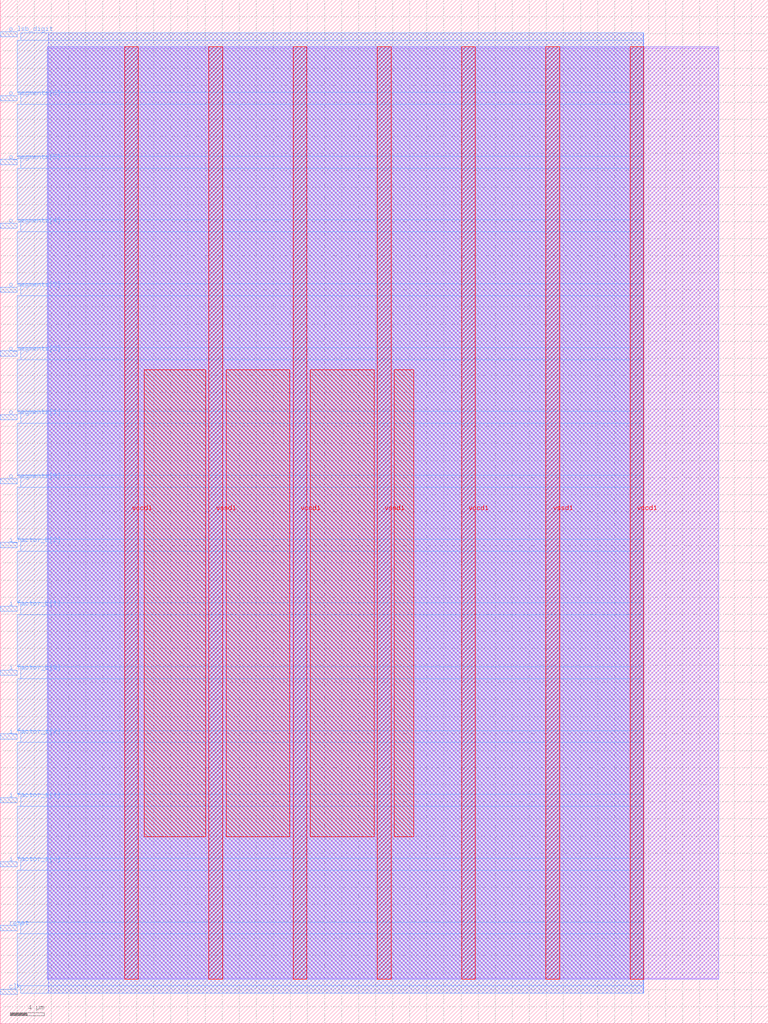
<source format=lef>
VERSION 5.7 ;
  NOWIREEXTENSIONATPIN ON ;
  DIVIDERCHAR "/" ;
  BUSBITCHARS "[]" ;
MACRO asic_multiplier
  CLASS BLOCK ;
  FOREIGN asic_multiplier ;
  ORIGIN 0.000 0.000 ;
  SIZE 90.000 BY 120.000 ;
  PIN clk
    DIRECTION INPUT ;
    USE SIGNAL ;
    PORT
      LAYER met3 ;
        RECT 0.000 3.440 2.000 4.040 ;
    END
  END clk
  PIN i_factor_a[0]
    DIRECTION INPUT ;
    USE SIGNAL ;
    PORT
      LAYER met3 ;
        RECT 0.000 18.400 2.000 19.000 ;
    END
  END i_factor_a[0]
  PIN i_factor_a[1]
    DIRECTION INPUT ;
    USE SIGNAL ;
    PORT
      LAYER met3 ;
        RECT 0.000 25.880 2.000 26.480 ;
    END
  END i_factor_a[1]
  PIN i_factor_a[2]
    DIRECTION INPUT ;
    USE SIGNAL ;
    PORT
      LAYER met3 ;
        RECT 0.000 33.360 2.000 33.960 ;
    END
  END i_factor_a[2]
  PIN i_factor_b[0]
    DIRECTION INPUT ;
    USE SIGNAL ;
    PORT
      LAYER met3 ;
        RECT 0.000 40.840 2.000 41.440 ;
    END
  END i_factor_b[0]
  PIN i_factor_b[1]
    DIRECTION INPUT ;
    USE SIGNAL ;
    PORT
      LAYER met3 ;
        RECT 0.000 48.320 2.000 48.920 ;
    END
  END i_factor_b[1]
  PIN i_factor_b[2]
    DIRECTION INPUT ;
    USE SIGNAL ;
    PORT
      LAYER met3 ;
        RECT 0.000 55.800 2.000 56.400 ;
    END
  END i_factor_b[2]
  PIN o_lsb_digit
    DIRECTION OUTPUT TRISTATE ;
    USE SIGNAL ;
    PORT
      LAYER met3 ;
        RECT 0.000 115.640 2.000 116.240 ;
    END
  END o_lsb_digit
  PIN o_segments[0]
    DIRECTION OUTPUT TRISTATE ;
    USE SIGNAL ;
    PORT
      LAYER met3 ;
        RECT 0.000 63.280 2.000 63.880 ;
    END
  END o_segments[0]
  PIN o_segments[1]
    DIRECTION OUTPUT TRISTATE ;
    USE SIGNAL ;
    PORT
      LAYER met3 ;
        RECT 0.000 70.760 2.000 71.360 ;
    END
  END o_segments[1]
  PIN o_segments[2]
    DIRECTION OUTPUT TRISTATE ;
    USE SIGNAL ;
    PORT
      LAYER met3 ;
        RECT 0.000 78.240 2.000 78.840 ;
    END
  END o_segments[2]
  PIN o_segments[3]
    DIRECTION OUTPUT TRISTATE ;
    USE SIGNAL ;
    PORT
      LAYER met3 ;
        RECT 0.000 85.720 2.000 86.320 ;
    END
  END o_segments[3]
  PIN o_segments[4]
    DIRECTION OUTPUT TRISTATE ;
    USE SIGNAL ;
    PORT
      LAYER met3 ;
        RECT 0.000 93.200 2.000 93.800 ;
    END
  END o_segments[4]
  PIN o_segments[5]
    DIRECTION OUTPUT TRISTATE ;
    USE SIGNAL ;
    PORT
      LAYER met3 ;
        RECT 0.000 100.680 2.000 101.280 ;
    END
  END o_segments[5]
  PIN o_segments[6]
    DIRECTION OUTPUT TRISTATE ;
    USE SIGNAL ;
    PORT
      LAYER met3 ;
        RECT 0.000 108.160 2.000 108.760 ;
    END
  END o_segments[6]
  PIN reset
    DIRECTION INPUT ;
    USE SIGNAL ;
    PORT
      LAYER met3 ;
        RECT 0.000 10.920 2.000 11.520 ;
    END
  END reset
  PIN vccd1
    DIRECTION INOUT ;
    USE POWER ;
    PORT
      LAYER met4 ;
        RECT 14.590 5.200 16.190 114.480 ;
    END
    PORT
      LAYER met4 ;
        RECT 34.330 5.200 35.930 114.480 ;
    END
    PORT
      LAYER met4 ;
        RECT 54.070 5.200 55.670 114.480 ;
    END
    PORT
      LAYER met4 ;
        RECT 73.810 5.200 75.410 114.480 ;
    END
  END vccd1
  PIN vssd1
    DIRECTION INOUT ;
    USE GROUND ;
    PORT
      LAYER met4 ;
        RECT 24.460 5.200 26.060 114.480 ;
    END
    PORT
      LAYER met4 ;
        RECT 44.200 5.200 45.800 114.480 ;
    END
    PORT
      LAYER met4 ;
        RECT 63.940 5.200 65.540 114.480 ;
    END
  END vssd1
  OBS
      LAYER li1 ;
        RECT 5.520 5.355 84.180 114.325 ;
      LAYER met1 ;
        RECT 5.520 5.200 84.180 114.480 ;
      LAYER met2 ;
        RECT 5.620 3.555 75.380 116.125 ;
      LAYER met3 ;
        RECT 2.400 115.240 75.400 116.105 ;
        RECT 2.000 109.160 75.400 115.240 ;
        RECT 2.400 107.760 75.400 109.160 ;
        RECT 2.000 101.680 75.400 107.760 ;
        RECT 2.400 100.280 75.400 101.680 ;
        RECT 2.000 94.200 75.400 100.280 ;
        RECT 2.400 92.800 75.400 94.200 ;
        RECT 2.000 86.720 75.400 92.800 ;
        RECT 2.400 85.320 75.400 86.720 ;
        RECT 2.000 79.240 75.400 85.320 ;
        RECT 2.400 77.840 75.400 79.240 ;
        RECT 2.000 71.760 75.400 77.840 ;
        RECT 2.400 70.360 75.400 71.760 ;
        RECT 2.000 64.280 75.400 70.360 ;
        RECT 2.400 62.880 75.400 64.280 ;
        RECT 2.000 56.800 75.400 62.880 ;
        RECT 2.400 55.400 75.400 56.800 ;
        RECT 2.000 49.320 75.400 55.400 ;
        RECT 2.400 47.920 75.400 49.320 ;
        RECT 2.000 41.840 75.400 47.920 ;
        RECT 2.400 40.440 75.400 41.840 ;
        RECT 2.000 34.360 75.400 40.440 ;
        RECT 2.400 32.960 75.400 34.360 ;
        RECT 2.000 26.880 75.400 32.960 ;
        RECT 2.400 25.480 75.400 26.880 ;
        RECT 2.000 19.400 75.400 25.480 ;
        RECT 2.400 18.000 75.400 19.400 ;
        RECT 2.000 11.920 75.400 18.000 ;
        RECT 2.400 10.520 75.400 11.920 ;
        RECT 2.000 4.440 75.400 10.520 ;
        RECT 2.400 3.575 75.400 4.440 ;
      LAYER met4 ;
        RECT 16.855 21.935 24.060 76.665 ;
        RECT 26.460 21.935 33.930 76.665 ;
        RECT 36.330 21.935 43.800 76.665 ;
        RECT 46.200 21.935 48.465 76.665 ;
  END
END asic_multiplier
END LIBRARY


</source>
